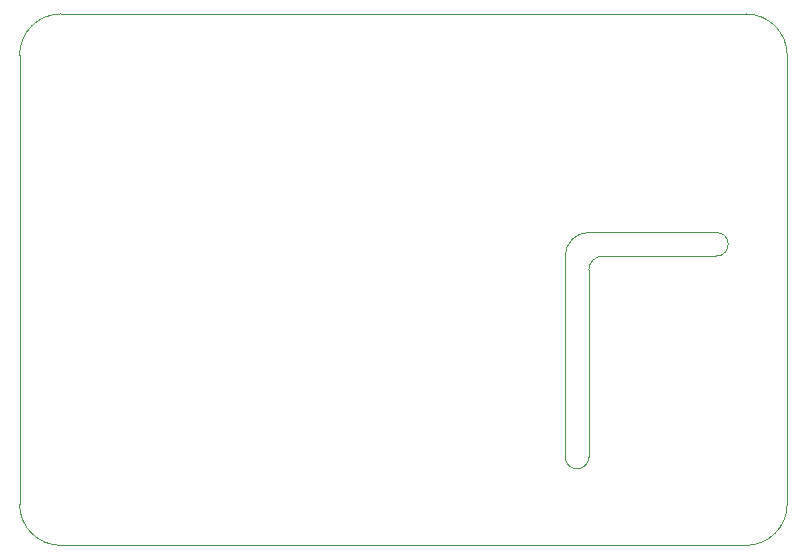
<source format=gbr>
%TF.GenerationSoftware,KiCad,Pcbnew,7.0.11-rc3*%
%TF.CreationDate,2025-03-16T23:23:52+08:00*%
%TF.ProjectId,BMS_Master,424d535f-4d61-4737-9465-722e6b696361,V1.3*%
%TF.SameCoordinates,Original*%
%TF.FileFunction,Profile,NP*%
%FSLAX46Y46*%
G04 Gerber Fmt 4.6, Leading zero omitted, Abs format (unit mm)*
G04 Created by KiCad (PCBNEW 7.0.11-rc3) date 2025-03-16 23:23:52*
%MOMM*%
%LPD*%
G01*
G04 APERTURE LIST*
%TA.AperFunction,Profile*%
%ADD10C,0.050000*%
%TD*%
G04 APERTURE END LIST*
D10*
X124500000Y-62000000D02*
G75*
G03*
X124500000Y-60000000I0J1000000D01*
G01*
X114900000Y-62000000D02*
G75*
G03*
X113700000Y-63200000I0J-1200000D01*
G01*
X113700000Y-79000000D02*
X113700000Y-63200000D01*
X111700000Y-79000000D02*
G75*
G03*
X113700000Y-79000000I1000000J0D01*
G01*
X130500000Y-45000000D02*
G75*
G03*
X127000000Y-41500000I-3500000J0D01*
G01*
X69000000Y-41500000D02*
X127000000Y-41500000D01*
X111700000Y-79000000D02*
X111700000Y-62000000D01*
X69000000Y-41500000D02*
G75*
G03*
X65500000Y-45000000I0J-3500000D01*
G01*
X65500000Y-83000000D02*
G75*
G03*
X69000000Y-86500000I3500000J0D01*
G01*
X127000000Y-86500000D02*
G75*
G03*
X130500000Y-83000000I0J3500000D01*
G01*
X130500000Y-45000000D02*
X130500000Y-83000000D01*
X113700000Y-60000000D02*
X124500000Y-60000000D01*
X113700000Y-60000000D02*
G75*
G03*
X111700000Y-62000000I0J-2000000D01*
G01*
X127000000Y-86500000D02*
X69000000Y-86500000D01*
X124500000Y-62000000D02*
X114900000Y-62000000D01*
X65500000Y-83000000D02*
X65500000Y-45000000D01*
M02*

</source>
